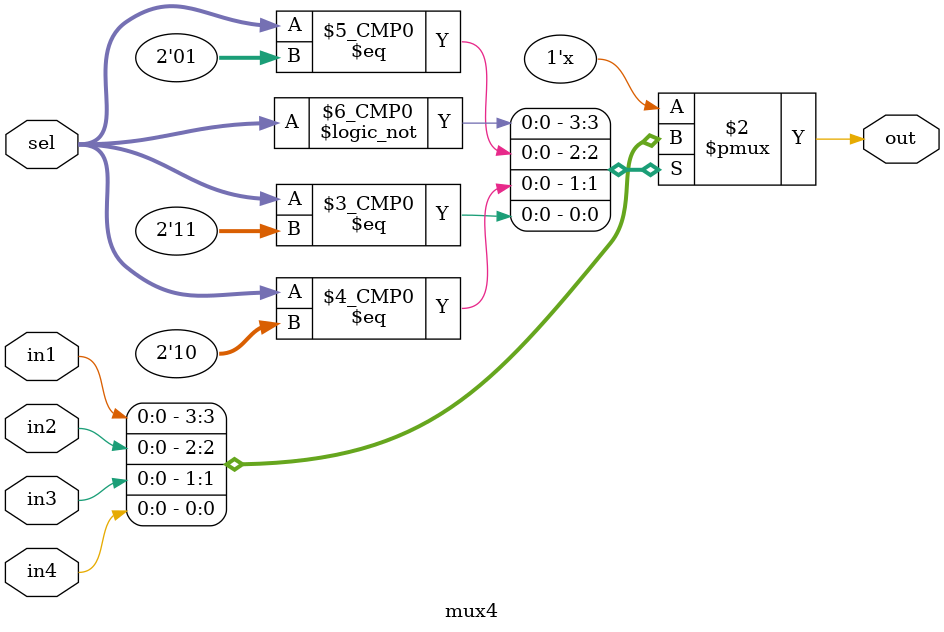
<source format=v>
module mux4
#(parameter WIDTH = 1)
(
	input [1:0] sel,
	input [WIDTH-1:0] in1,
	input [WIDTH-1:0] in2,
	input [WIDTH-1:0] in3,
	input [WIDTH-1:0] in4,
	output reg [WIDTH-1:0] out
);

	always @(*)
	begin
		case(sel)
			0: out = in1;
			1: out = in2;
			2: out = in3;
			3: out = in4;
		endcase
	end

endmodule
</source>
